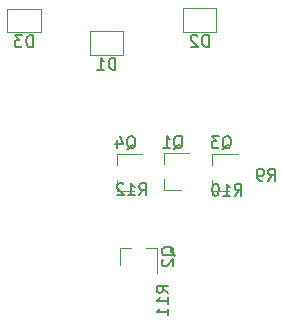
<source format=gbr>
G04 #@! TF.GenerationSoftware,KiCad,Pcbnew,5.0.2+dfsg1-1*
G04 #@! TF.CreationDate,2019-03-28T13:57:09+00:00*
G04 #@! TF.ProjectId,PiZeroInteract,50695a65-726f-4496-9e74-65726163742e,rev?*
G04 #@! TF.SameCoordinates,Original*
G04 #@! TF.FileFunction,Legend,Bot*
G04 #@! TF.FilePolarity,Positive*
%FSLAX46Y46*%
G04 Gerber Fmt 4.6, Leading zero omitted, Abs format (unit mm)*
G04 Created by KiCad (PCBNEW 5.0.2+dfsg1-1) date Thu 28 Mar 2019 13:57:09 GMT*
%MOMM*%
%LPD*%
G01*
G04 APERTURE LIST*
%ADD10C,0.120000*%
%ADD11C,0.150000*%
G04 APERTURE END LIST*
D10*
G04 #@! TO.C,Q2*
X131070000Y-76740000D02*
X131070000Y-78200000D01*
X134230000Y-76740000D02*
X134230000Y-78900000D01*
X134230000Y-76740000D02*
X133300000Y-76740000D01*
X131070000Y-76740000D02*
X132000000Y-76740000D01*
G04 #@! TO.C,D1*
X128550000Y-58400000D02*
X128550000Y-60400000D01*
X131350000Y-58400000D02*
X128550000Y-58400000D01*
X131350000Y-60400000D02*
X131350000Y-58400000D01*
X128550000Y-60400000D02*
X131350000Y-60400000D01*
G04 #@! TO.C,D2*
X136450000Y-58450000D02*
X139250000Y-58450000D01*
X139250000Y-58450000D02*
X139250000Y-56450000D01*
X139250000Y-56450000D02*
X136450000Y-56450000D01*
X136450000Y-56450000D02*
X136450000Y-58450000D01*
G04 #@! TO.C,D3*
X121550000Y-58500000D02*
X124350000Y-58500000D01*
X124350000Y-58500000D02*
X124350000Y-56500000D01*
X124350000Y-56500000D02*
X121550000Y-56500000D01*
X121550000Y-56500000D02*
X121550000Y-58500000D01*
G04 #@! TO.C,Q1*
X134790000Y-71880000D02*
X134790000Y-70950000D01*
X134790000Y-68720000D02*
X134790000Y-69650000D01*
X134790000Y-68720000D02*
X136950000Y-68720000D01*
X134790000Y-71880000D02*
X136250000Y-71880000D01*
G04 #@! TO.C,Q3*
X138890000Y-71930000D02*
X140350000Y-71930000D01*
X138890000Y-68770000D02*
X141050000Y-68770000D01*
X138890000Y-68770000D02*
X138890000Y-69700000D01*
X138890000Y-71930000D02*
X138890000Y-71000000D01*
G04 #@! TO.C,Q4*
X130790000Y-71930000D02*
X130790000Y-71000000D01*
X130790000Y-68770000D02*
X130790000Y-69700000D01*
X130790000Y-68770000D02*
X132950000Y-68770000D01*
X130790000Y-71930000D02*
X132250000Y-71930000D01*
G04 #@! TO.C,Q2*
D11*
X135697619Y-77404761D02*
X135650000Y-77309523D01*
X135554761Y-77214285D01*
X135411904Y-77071428D01*
X135364285Y-76976190D01*
X135364285Y-76880952D01*
X135602380Y-76928571D02*
X135554761Y-76833333D01*
X135459523Y-76738095D01*
X135269047Y-76690476D01*
X134935714Y-76690476D01*
X134745238Y-76738095D01*
X134650000Y-76833333D01*
X134602380Y-76928571D01*
X134602380Y-77119047D01*
X134650000Y-77214285D01*
X134745238Y-77309523D01*
X134935714Y-77357142D01*
X135269047Y-77357142D01*
X135459523Y-77309523D01*
X135554761Y-77214285D01*
X135602380Y-77119047D01*
X135602380Y-76928571D01*
X134697619Y-77738095D02*
X134650000Y-77785714D01*
X134602380Y-77880952D01*
X134602380Y-78119047D01*
X134650000Y-78214285D01*
X134697619Y-78261904D01*
X134792857Y-78309523D01*
X134888095Y-78309523D01*
X135030952Y-78261904D01*
X135602380Y-77690476D01*
X135602380Y-78309523D01*
G04 #@! TO.C,D1*
X130688095Y-61652380D02*
X130688095Y-60652380D01*
X130450000Y-60652380D01*
X130307142Y-60700000D01*
X130211904Y-60795238D01*
X130164285Y-60890476D01*
X130116666Y-61080952D01*
X130116666Y-61223809D01*
X130164285Y-61414285D01*
X130211904Y-61509523D01*
X130307142Y-61604761D01*
X130450000Y-61652380D01*
X130688095Y-61652380D01*
X129164285Y-61652380D02*
X129735714Y-61652380D01*
X129450000Y-61652380D02*
X129450000Y-60652380D01*
X129545238Y-60795238D01*
X129640476Y-60890476D01*
X129735714Y-60938095D01*
G04 #@! TO.C,D2*
X138588095Y-59702380D02*
X138588095Y-58702380D01*
X138350000Y-58702380D01*
X138207142Y-58750000D01*
X138111904Y-58845238D01*
X138064285Y-58940476D01*
X138016666Y-59130952D01*
X138016666Y-59273809D01*
X138064285Y-59464285D01*
X138111904Y-59559523D01*
X138207142Y-59654761D01*
X138350000Y-59702380D01*
X138588095Y-59702380D01*
X137635714Y-58797619D02*
X137588095Y-58750000D01*
X137492857Y-58702380D01*
X137254761Y-58702380D01*
X137159523Y-58750000D01*
X137111904Y-58797619D01*
X137064285Y-58892857D01*
X137064285Y-58988095D01*
X137111904Y-59130952D01*
X137683333Y-59702380D01*
X137064285Y-59702380D01*
G04 #@! TO.C,D3*
X123688095Y-59752380D02*
X123688095Y-58752380D01*
X123450000Y-58752380D01*
X123307142Y-58800000D01*
X123211904Y-58895238D01*
X123164285Y-58990476D01*
X123116666Y-59180952D01*
X123116666Y-59323809D01*
X123164285Y-59514285D01*
X123211904Y-59609523D01*
X123307142Y-59704761D01*
X123450000Y-59752380D01*
X123688095Y-59752380D01*
X122783333Y-58752380D02*
X122164285Y-58752380D01*
X122497619Y-59133333D01*
X122354761Y-59133333D01*
X122259523Y-59180952D01*
X122211904Y-59228571D01*
X122164285Y-59323809D01*
X122164285Y-59561904D01*
X122211904Y-59657142D01*
X122259523Y-59704761D01*
X122354761Y-59752380D01*
X122640476Y-59752380D01*
X122735714Y-59704761D01*
X122783333Y-59657142D01*
G04 #@! TO.C,Q1*
X135645238Y-68347619D02*
X135740476Y-68300000D01*
X135835714Y-68204761D01*
X135978571Y-68061904D01*
X136073809Y-68014285D01*
X136169047Y-68014285D01*
X136121428Y-68252380D02*
X136216666Y-68204761D01*
X136311904Y-68109523D01*
X136359523Y-67919047D01*
X136359523Y-67585714D01*
X136311904Y-67395238D01*
X136216666Y-67300000D01*
X136121428Y-67252380D01*
X135930952Y-67252380D01*
X135835714Y-67300000D01*
X135740476Y-67395238D01*
X135692857Y-67585714D01*
X135692857Y-67919047D01*
X135740476Y-68109523D01*
X135835714Y-68204761D01*
X135930952Y-68252380D01*
X136121428Y-68252380D01*
X134740476Y-68252380D02*
X135311904Y-68252380D01*
X135026190Y-68252380D02*
X135026190Y-67252380D01*
X135121428Y-67395238D01*
X135216666Y-67490476D01*
X135311904Y-67538095D01*
G04 #@! TO.C,Q3*
X139745238Y-68397619D02*
X139840476Y-68350000D01*
X139935714Y-68254761D01*
X140078571Y-68111904D01*
X140173809Y-68064285D01*
X140269047Y-68064285D01*
X140221428Y-68302380D02*
X140316666Y-68254761D01*
X140411904Y-68159523D01*
X140459523Y-67969047D01*
X140459523Y-67635714D01*
X140411904Y-67445238D01*
X140316666Y-67350000D01*
X140221428Y-67302380D01*
X140030952Y-67302380D01*
X139935714Y-67350000D01*
X139840476Y-67445238D01*
X139792857Y-67635714D01*
X139792857Y-67969047D01*
X139840476Y-68159523D01*
X139935714Y-68254761D01*
X140030952Y-68302380D01*
X140221428Y-68302380D01*
X139459523Y-67302380D02*
X138840476Y-67302380D01*
X139173809Y-67683333D01*
X139030952Y-67683333D01*
X138935714Y-67730952D01*
X138888095Y-67778571D01*
X138840476Y-67873809D01*
X138840476Y-68111904D01*
X138888095Y-68207142D01*
X138935714Y-68254761D01*
X139030952Y-68302380D01*
X139316666Y-68302380D01*
X139411904Y-68254761D01*
X139459523Y-68207142D01*
G04 #@! TO.C,Q4*
X131645238Y-68397619D02*
X131740476Y-68350000D01*
X131835714Y-68254761D01*
X131978571Y-68111904D01*
X132073809Y-68064285D01*
X132169047Y-68064285D01*
X132121428Y-68302380D02*
X132216666Y-68254761D01*
X132311904Y-68159523D01*
X132359523Y-67969047D01*
X132359523Y-67635714D01*
X132311904Y-67445238D01*
X132216666Y-67350000D01*
X132121428Y-67302380D01*
X131930952Y-67302380D01*
X131835714Y-67350000D01*
X131740476Y-67445238D01*
X131692857Y-67635714D01*
X131692857Y-67969047D01*
X131740476Y-68159523D01*
X131835714Y-68254761D01*
X131930952Y-68302380D01*
X132121428Y-68302380D01*
X130835714Y-67635714D02*
X130835714Y-68302380D01*
X131073809Y-67254761D02*
X131311904Y-67969047D01*
X130692857Y-67969047D01*
G04 #@! TO.C,R9*
X143616666Y-71052380D02*
X143950000Y-70576190D01*
X144188095Y-71052380D02*
X144188095Y-70052380D01*
X143807142Y-70052380D01*
X143711904Y-70100000D01*
X143664285Y-70147619D01*
X143616666Y-70242857D01*
X143616666Y-70385714D01*
X143664285Y-70480952D01*
X143711904Y-70528571D01*
X143807142Y-70576190D01*
X144188095Y-70576190D01*
X143140476Y-71052380D02*
X142950000Y-71052380D01*
X142854761Y-71004761D01*
X142807142Y-70957142D01*
X142711904Y-70814285D01*
X142664285Y-70623809D01*
X142664285Y-70242857D01*
X142711904Y-70147619D01*
X142759523Y-70100000D01*
X142854761Y-70052380D01*
X143045238Y-70052380D01*
X143140476Y-70100000D01*
X143188095Y-70147619D01*
X143235714Y-70242857D01*
X143235714Y-70480952D01*
X143188095Y-70576190D01*
X143140476Y-70623809D01*
X143045238Y-70671428D01*
X142854761Y-70671428D01*
X142759523Y-70623809D01*
X142711904Y-70576190D01*
X142664285Y-70480952D01*
G04 #@! TO.C,R10*
X140792857Y-72332380D02*
X141126190Y-71856190D01*
X141364285Y-72332380D02*
X141364285Y-71332380D01*
X140983333Y-71332380D01*
X140888095Y-71380000D01*
X140840476Y-71427619D01*
X140792857Y-71522857D01*
X140792857Y-71665714D01*
X140840476Y-71760952D01*
X140888095Y-71808571D01*
X140983333Y-71856190D01*
X141364285Y-71856190D01*
X139840476Y-72332380D02*
X140411904Y-72332380D01*
X140126190Y-72332380D02*
X140126190Y-71332380D01*
X140221428Y-71475238D01*
X140316666Y-71570476D01*
X140411904Y-71618095D01*
X139221428Y-71332380D02*
X139126190Y-71332380D01*
X139030952Y-71380000D01*
X138983333Y-71427619D01*
X138935714Y-71522857D01*
X138888095Y-71713333D01*
X138888095Y-71951428D01*
X138935714Y-72141904D01*
X138983333Y-72237142D01*
X139030952Y-72284761D01*
X139126190Y-72332380D01*
X139221428Y-72332380D01*
X139316666Y-72284761D01*
X139364285Y-72237142D01*
X139411904Y-72141904D01*
X139459523Y-71951428D01*
X139459523Y-71713333D01*
X139411904Y-71522857D01*
X139364285Y-71427619D01*
X139316666Y-71380000D01*
X139221428Y-71332380D01*
G04 #@! TO.C,R11*
X135172380Y-80557142D02*
X134696190Y-80223809D01*
X135172380Y-79985714D02*
X134172380Y-79985714D01*
X134172380Y-80366666D01*
X134220000Y-80461904D01*
X134267619Y-80509523D01*
X134362857Y-80557142D01*
X134505714Y-80557142D01*
X134600952Y-80509523D01*
X134648571Y-80461904D01*
X134696190Y-80366666D01*
X134696190Y-79985714D01*
X135172380Y-81509523D02*
X135172380Y-80938095D01*
X135172380Y-81223809D02*
X134172380Y-81223809D01*
X134315238Y-81128571D01*
X134410476Y-81033333D01*
X134458095Y-80938095D01*
X135172380Y-82461904D02*
X135172380Y-81890476D01*
X135172380Y-82176190D02*
X134172380Y-82176190D01*
X134315238Y-82080952D01*
X134410476Y-81985714D01*
X134458095Y-81890476D01*
G04 #@! TO.C,R12*
X132692857Y-72282380D02*
X133026190Y-71806190D01*
X133264285Y-72282380D02*
X133264285Y-71282380D01*
X132883333Y-71282380D01*
X132788095Y-71330000D01*
X132740476Y-71377619D01*
X132692857Y-71472857D01*
X132692857Y-71615714D01*
X132740476Y-71710952D01*
X132788095Y-71758571D01*
X132883333Y-71806190D01*
X133264285Y-71806190D01*
X131740476Y-72282380D02*
X132311904Y-72282380D01*
X132026190Y-72282380D02*
X132026190Y-71282380D01*
X132121428Y-71425238D01*
X132216666Y-71520476D01*
X132311904Y-71568095D01*
X131359523Y-71377619D02*
X131311904Y-71330000D01*
X131216666Y-71282380D01*
X130978571Y-71282380D01*
X130883333Y-71330000D01*
X130835714Y-71377619D01*
X130788095Y-71472857D01*
X130788095Y-71568095D01*
X130835714Y-71710952D01*
X131407142Y-72282380D01*
X130788095Y-72282380D01*
G04 #@! TD*
M02*

</source>
